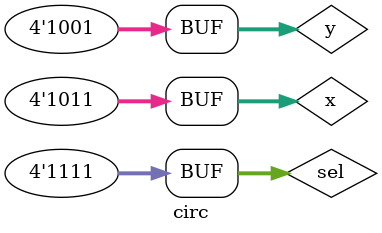
<source format=v>


module nandgate (output [3:0]s, input [3:0]p, input [3:0]q);
 assign s = (~(p&q));	//criar vinculo permanente
        		   	//(dependencia)
endmodule // nandgate

//----------------------
//--xor gate
//----------------------

module xorgate (output [3:0]s, input [3:0]p, input [3:0]q);
 assign s = p^q;	//criar vinculo permanente
        		   	//(dependencia)
endmodule // xorgate

//----------------------
//--xnor gate
//----------------------

module xnorgate (output [3:0]s, input [3:0]p, input [3:0]q);
 assign s = (~(p^q));	//criar vinculo permanente
        		   	//(dependencia)
endmodule // xnorgate

//----------------------
//--nor gate
//----------------------

module norgate (output [3:0]s, input [3:0]p, input [3:0]q);
 assign s = (~(p|q));	//criar vinculo permanente
        		   	//(dependencia)
endmodule // norgate


//----------------------
//--or gate
//----------------------

module orgate (output [3:0]s, input [3:0]p, input [3:0]q);
 assign s = ( p|q );	//criar vinculo permanente
        		   	//(dependencia)
endmodule // orgate

//----------------------
//--and gate
//----------------------

module andgate (output [3:0]s, input [3:0]p, input [3:0]q);
 assign s = (p & q);	//criar vinculo permanente
        		   	         //(dependencia)
endmodule // andgate

//----------------------
//--not gate
//----------------------

module notgate (output [3:0]s, input [3:0]p);
 assign s = ~p;//criar vinculo permanente
        		   //(dependencia)
endmodule // notgate

//----------------------
//--Circuito
//----------------------
module circ;
//----------------------dados locais
  reg[3:0] x,y,sel;    //definir registrador
  					   //(variavel independente)
  wire[3:0] s1,s2,s3,s4,s5,s6,s7,s8,notsel,s9,sx,sy;  // definir conexao(fio)
   				   //(variavel dependente)
//---------------------- instancia
     
	 xorgate XOR1 (s1,x,y);
	 xorgate XOR2 (s2,x,y);
	 xorgate XOR3 (s3,x,y);
	 xorgate XOR4 (s4,x,y);
	 orgate ORALL (sx,s1,s2);
	 orgate ORALL2 (sy,s3,s4);
	 orgate ORALL3 (s5,sx,sy);
	 notgate NOT1 (s6,s5);
	 andgate AND1 (s7,s6,sel);
	 notgate NOT2 (notsel, sel);
	 andgate AND2 (s8,notsel,s5);
	 orgate OR (s9,s7,s8);

//---------------------- preparacao
 initial begin:start
  x = 4'b0101;    y = 4'b0011;	 sel = 4'b0000;
   end
//---------------------- parte principal
 initial begin
   $display("Extra01 - Wender Zacarias Xavier - 427472");
	$display("Test Circuito");
	$display("\n *** Resultado ***  ");
	$display(" Chave 0 = Diferente \n Chave 1 = Igual ");
	$monitor("\n Chave = %b 	X= 4%b  	Y= %4b   Resultado= %4b",sel[0],x,y,s9);
#1 x=4'b1111; y=4'b1111;
#1 sel = 4'b1111;
#1 x=4'b1101; y=4'b1011;
#1 sel = 4'b0000;
#1 x=4'b1011; y=4'b1001; sel = 4'b1111;


		
		end

endmodule //circ

</source>
